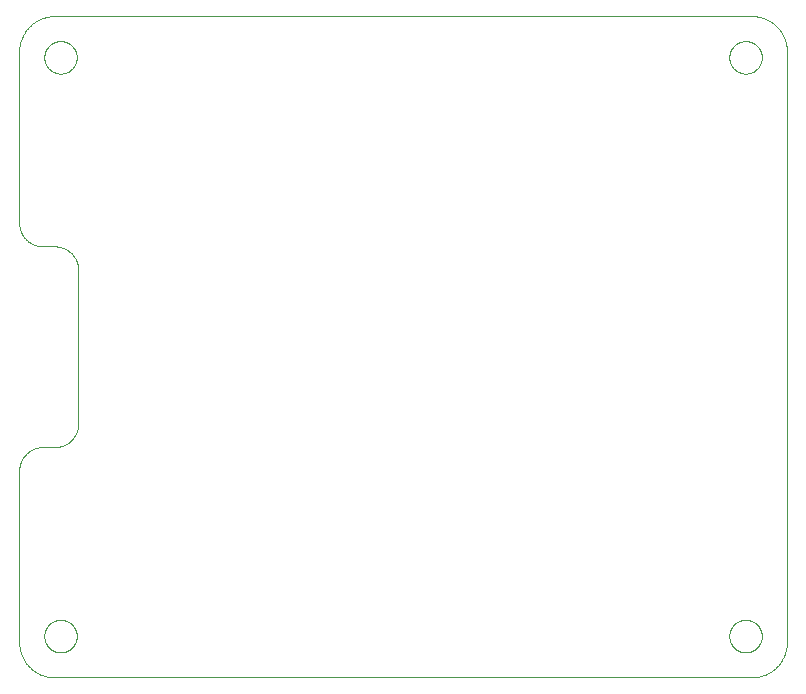
<source format=gbo>
G75*
%MOIN*%
%OFA0B0*%
%FSLAX25Y25*%
%IPPOS*%
%LPD*%
%AMOC8*
5,1,8,0,0,1.08239X$1,22.5*
%
%ADD10C,0.00000*%
D10*
X0035000Y0016811D02*
X0035000Y0073898D01*
X0035002Y0074088D01*
X0035009Y0074278D01*
X0035021Y0074468D01*
X0035037Y0074658D01*
X0035057Y0074847D01*
X0035083Y0075036D01*
X0035112Y0075224D01*
X0035147Y0075411D01*
X0035186Y0075597D01*
X0035229Y0075782D01*
X0035277Y0075967D01*
X0035329Y0076150D01*
X0035385Y0076331D01*
X0035446Y0076511D01*
X0035512Y0076690D01*
X0035581Y0076867D01*
X0035655Y0077043D01*
X0035733Y0077216D01*
X0035816Y0077388D01*
X0035902Y0077557D01*
X0035992Y0077725D01*
X0036087Y0077890D01*
X0036185Y0078053D01*
X0036288Y0078213D01*
X0036394Y0078371D01*
X0036504Y0078526D01*
X0036617Y0078679D01*
X0036735Y0078829D01*
X0036856Y0078975D01*
X0036980Y0079119D01*
X0037108Y0079260D01*
X0037239Y0079398D01*
X0037374Y0079533D01*
X0037512Y0079664D01*
X0037653Y0079792D01*
X0037797Y0079916D01*
X0037943Y0080037D01*
X0038093Y0080155D01*
X0038246Y0080268D01*
X0038401Y0080378D01*
X0038559Y0080484D01*
X0038719Y0080587D01*
X0038882Y0080685D01*
X0039047Y0080780D01*
X0039215Y0080870D01*
X0039384Y0080956D01*
X0039556Y0081039D01*
X0039729Y0081117D01*
X0039905Y0081191D01*
X0040082Y0081260D01*
X0040261Y0081326D01*
X0040441Y0081387D01*
X0040622Y0081443D01*
X0040805Y0081495D01*
X0040990Y0081543D01*
X0041175Y0081586D01*
X0041361Y0081625D01*
X0041548Y0081660D01*
X0041736Y0081689D01*
X0041925Y0081715D01*
X0042114Y0081735D01*
X0042304Y0081751D01*
X0042494Y0081763D01*
X0042684Y0081770D01*
X0042874Y0081772D01*
X0046811Y0081772D01*
X0047001Y0081774D01*
X0047191Y0081781D01*
X0047381Y0081793D01*
X0047571Y0081809D01*
X0047760Y0081829D01*
X0047949Y0081855D01*
X0048137Y0081884D01*
X0048324Y0081919D01*
X0048510Y0081958D01*
X0048695Y0082001D01*
X0048880Y0082049D01*
X0049063Y0082101D01*
X0049244Y0082157D01*
X0049424Y0082218D01*
X0049603Y0082284D01*
X0049780Y0082353D01*
X0049956Y0082427D01*
X0050129Y0082505D01*
X0050301Y0082588D01*
X0050470Y0082674D01*
X0050638Y0082764D01*
X0050803Y0082859D01*
X0050966Y0082957D01*
X0051126Y0083060D01*
X0051284Y0083166D01*
X0051439Y0083276D01*
X0051592Y0083389D01*
X0051742Y0083507D01*
X0051888Y0083628D01*
X0052032Y0083752D01*
X0052173Y0083880D01*
X0052311Y0084011D01*
X0052446Y0084146D01*
X0052577Y0084284D01*
X0052705Y0084425D01*
X0052829Y0084569D01*
X0052950Y0084715D01*
X0053068Y0084865D01*
X0053181Y0085018D01*
X0053291Y0085173D01*
X0053397Y0085331D01*
X0053500Y0085491D01*
X0053598Y0085654D01*
X0053693Y0085819D01*
X0053783Y0085987D01*
X0053869Y0086156D01*
X0053952Y0086328D01*
X0054030Y0086501D01*
X0054104Y0086677D01*
X0054173Y0086854D01*
X0054239Y0087033D01*
X0054300Y0087213D01*
X0054356Y0087394D01*
X0054408Y0087577D01*
X0054456Y0087762D01*
X0054499Y0087947D01*
X0054538Y0088133D01*
X0054573Y0088320D01*
X0054602Y0088508D01*
X0054628Y0088697D01*
X0054648Y0088886D01*
X0054664Y0089076D01*
X0054676Y0089266D01*
X0054683Y0089456D01*
X0054685Y0089646D01*
X0054685Y0140827D01*
X0054683Y0141017D01*
X0054676Y0141207D01*
X0054664Y0141397D01*
X0054648Y0141587D01*
X0054628Y0141776D01*
X0054602Y0141965D01*
X0054573Y0142153D01*
X0054538Y0142340D01*
X0054499Y0142526D01*
X0054456Y0142711D01*
X0054408Y0142896D01*
X0054356Y0143079D01*
X0054300Y0143260D01*
X0054239Y0143440D01*
X0054173Y0143619D01*
X0054104Y0143796D01*
X0054030Y0143972D01*
X0053952Y0144145D01*
X0053869Y0144317D01*
X0053783Y0144486D01*
X0053693Y0144654D01*
X0053598Y0144819D01*
X0053500Y0144982D01*
X0053397Y0145142D01*
X0053291Y0145300D01*
X0053181Y0145455D01*
X0053068Y0145608D01*
X0052950Y0145758D01*
X0052829Y0145904D01*
X0052705Y0146048D01*
X0052577Y0146189D01*
X0052446Y0146327D01*
X0052311Y0146462D01*
X0052173Y0146593D01*
X0052032Y0146721D01*
X0051888Y0146845D01*
X0051742Y0146966D01*
X0051592Y0147084D01*
X0051439Y0147197D01*
X0051284Y0147307D01*
X0051126Y0147413D01*
X0050966Y0147516D01*
X0050803Y0147614D01*
X0050638Y0147709D01*
X0050470Y0147799D01*
X0050301Y0147885D01*
X0050129Y0147968D01*
X0049956Y0148046D01*
X0049780Y0148120D01*
X0049603Y0148189D01*
X0049424Y0148255D01*
X0049244Y0148316D01*
X0049063Y0148372D01*
X0048880Y0148424D01*
X0048695Y0148472D01*
X0048510Y0148515D01*
X0048324Y0148554D01*
X0048137Y0148589D01*
X0047949Y0148618D01*
X0047760Y0148644D01*
X0047571Y0148664D01*
X0047381Y0148680D01*
X0047191Y0148692D01*
X0047001Y0148699D01*
X0046811Y0148701D01*
X0042874Y0148701D01*
X0042684Y0148703D01*
X0042494Y0148710D01*
X0042304Y0148722D01*
X0042114Y0148738D01*
X0041925Y0148758D01*
X0041736Y0148784D01*
X0041548Y0148813D01*
X0041361Y0148848D01*
X0041175Y0148887D01*
X0040990Y0148930D01*
X0040805Y0148978D01*
X0040622Y0149030D01*
X0040441Y0149086D01*
X0040261Y0149147D01*
X0040082Y0149213D01*
X0039905Y0149282D01*
X0039729Y0149356D01*
X0039556Y0149434D01*
X0039384Y0149517D01*
X0039215Y0149603D01*
X0039047Y0149693D01*
X0038882Y0149788D01*
X0038719Y0149886D01*
X0038559Y0149989D01*
X0038401Y0150095D01*
X0038246Y0150205D01*
X0038093Y0150318D01*
X0037943Y0150436D01*
X0037797Y0150557D01*
X0037653Y0150681D01*
X0037512Y0150809D01*
X0037374Y0150940D01*
X0037239Y0151075D01*
X0037108Y0151213D01*
X0036980Y0151354D01*
X0036856Y0151498D01*
X0036735Y0151644D01*
X0036617Y0151794D01*
X0036504Y0151947D01*
X0036394Y0152102D01*
X0036288Y0152260D01*
X0036185Y0152420D01*
X0036087Y0152583D01*
X0035992Y0152748D01*
X0035902Y0152916D01*
X0035816Y0153085D01*
X0035733Y0153257D01*
X0035655Y0153430D01*
X0035581Y0153606D01*
X0035512Y0153783D01*
X0035446Y0153962D01*
X0035385Y0154142D01*
X0035329Y0154323D01*
X0035277Y0154506D01*
X0035229Y0154691D01*
X0035186Y0154876D01*
X0035147Y0155062D01*
X0035112Y0155249D01*
X0035083Y0155437D01*
X0035057Y0155626D01*
X0035037Y0155815D01*
X0035021Y0156005D01*
X0035009Y0156195D01*
X0035002Y0156385D01*
X0035000Y0156575D01*
X0035000Y0213661D01*
X0035003Y0213946D01*
X0035014Y0214232D01*
X0035031Y0214517D01*
X0035055Y0214801D01*
X0035086Y0215085D01*
X0035124Y0215368D01*
X0035169Y0215649D01*
X0035220Y0215930D01*
X0035278Y0216210D01*
X0035343Y0216488D01*
X0035415Y0216764D01*
X0035493Y0217038D01*
X0035578Y0217311D01*
X0035670Y0217581D01*
X0035768Y0217849D01*
X0035872Y0218115D01*
X0035983Y0218378D01*
X0036100Y0218638D01*
X0036223Y0218896D01*
X0036353Y0219150D01*
X0036489Y0219401D01*
X0036630Y0219649D01*
X0036778Y0219893D01*
X0036931Y0220134D01*
X0037091Y0220370D01*
X0037256Y0220603D01*
X0037426Y0220832D01*
X0037602Y0221057D01*
X0037784Y0221277D01*
X0037970Y0221493D01*
X0038162Y0221704D01*
X0038359Y0221911D01*
X0038561Y0222113D01*
X0038768Y0222310D01*
X0038979Y0222502D01*
X0039195Y0222688D01*
X0039415Y0222870D01*
X0039640Y0223046D01*
X0039869Y0223216D01*
X0040102Y0223381D01*
X0040338Y0223541D01*
X0040579Y0223694D01*
X0040823Y0223842D01*
X0041071Y0223983D01*
X0041322Y0224119D01*
X0041576Y0224249D01*
X0041834Y0224372D01*
X0042094Y0224489D01*
X0042357Y0224600D01*
X0042623Y0224704D01*
X0042891Y0224802D01*
X0043161Y0224894D01*
X0043434Y0224979D01*
X0043708Y0225057D01*
X0043984Y0225129D01*
X0044262Y0225194D01*
X0044542Y0225252D01*
X0044823Y0225303D01*
X0045104Y0225348D01*
X0045387Y0225386D01*
X0045671Y0225417D01*
X0045955Y0225441D01*
X0046240Y0225458D01*
X0046526Y0225469D01*
X0046811Y0225472D01*
X0279094Y0225472D01*
X0279379Y0225469D01*
X0279665Y0225458D01*
X0279950Y0225441D01*
X0280234Y0225417D01*
X0280518Y0225386D01*
X0280801Y0225348D01*
X0281082Y0225303D01*
X0281363Y0225252D01*
X0281643Y0225194D01*
X0281921Y0225129D01*
X0282197Y0225057D01*
X0282471Y0224979D01*
X0282744Y0224894D01*
X0283014Y0224802D01*
X0283282Y0224704D01*
X0283548Y0224600D01*
X0283811Y0224489D01*
X0284071Y0224372D01*
X0284329Y0224249D01*
X0284583Y0224119D01*
X0284834Y0223983D01*
X0285082Y0223842D01*
X0285326Y0223694D01*
X0285567Y0223541D01*
X0285803Y0223381D01*
X0286036Y0223216D01*
X0286265Y0223046D01*
X0286490Y0222870D01*
X0286710Y0222688D01*
X0286926Y0222502D01*
X0287137Y0222310D01*
X0287344Y0222113D01*
X0287546Y0221911D01*
X0287743Y0221704D01*
X0287935Y0221493D01*
X0288121Y0221277D01*
X0288303Y0221057D01*
X0288479Y0220832D01*
X0288649Y0220603D01*
X0288814Y0220370D01*
X0288974Y0220134D01*
X0289127Y0219893D01*
X0289275Y0219649D01*
X0289416Y0219401D01*
X0289552Y0219150D01*
X0289682Y0218896D01*
X0289805Y0218638D01*
X0289922Y0218378D01*
X0290033Y0218115D01*
X0290137Y0217849D01*
X0290235Y0217581D01*
X0290327Y0217311D01*
X0290412Y0217038D01*
X0290490Y0216764D01*
X0290562Y0216488D01*
X0290627Y0216210D01*
X0290685Y0215930D01*
X0290736Y0215649D01*
X0290781Y0215368D01*
X0290819Y0215085D01*
X0290850Y0214801D01*
X0290874Y0214517D01*
X0290891Y0214232D01*
X0290902Y0213946D01*
X0290905Y0213661D01*
X0290906Y0213661D02*
X0290906Y0016811D01*
X0290905Y0016811D02*
X0290902Y0016526D01*
X0290891Y0016240D01*
X0290874Y0015955D01*
X0290850Y0015671D01*
X0290819Y0015387D01*
X0290781Y0015104D01*
X0290736Y0014823D01*
X0290685Y0014542D01*
X0290627Y0014262D01*
X0290562Y0013984D01*
X0290490Y0013708D01*
X0290412Y0013434D01*
X0290327Y0013161D01*
X0290235Y0012891D01*
X0290137Y0012623D01*
X0290033Y0012357D01*
X0289922Y0012094D01*
X0289805Y0011834D01*
X0289682Y0011576D01*
X0289552Y0011322D01*
X0289416Y0011071D01*
X0289275Y0010823D01*
X0289127Y0010579D01*
X0288974Y0010338D01*
X0288814Y0010102D01*
X0288649Y0009869D01*
X0288479Y0009640D01*
X0288303Y0009415D01*
X0288121Y0009195D01*
X0287935Y0008979D01*
X0287743Y0008768D01*
X0287546Y0008561D01*
X0287344Y0008359D01*
X0287137Y0008162D01*
X0286926Y0007970D01*
X0286710Y0007784D01*
X0286490Y0007602D01*
X0286265Y0007426D01*
X0286036Y0007256D01*
X0285803Y0007091D01*
X0285567Y0006931D01*
X0285326Y0006778D01*
X0285082Y0006630D01*
X0284834Y0006489D01*
X0284583Y0006353D01*
X0284329Y0006223D01*
X0284071Y0006100D01*
X0283811Y0005983D01*
X0283548Y0005872D01*
X0283282Y0005768D01*
X0283014Y0005670D01*
X0282744Y0005578D01*
X0282471Y0005493D01*
X0282197Y0005415D01*
X0281921Y0005343D01*
X0281643Y0005278D01*
X0281363Y0005220D01*
X0281082Y0005169D01*
X0280801Y0005124D01*
X0280518Y0005086D01*
X0280234Y0005055D01*
X0279950Y0005031D01*
X0279665Y0005014D01*
X0279379Y0005003D01*
X0279094Y0005000D01*
X0046811Y0005000D01*
X0046526Y0005003D01*
X0046240Y0005014D01*
X0045955Y0005031D01*
X0045671Y0005055D01*
X0045387Y0005086D01*
X0045104Y0005124D01*
X0044823Y0005169D01*
X0044542Y0005220D01*
X0044262Y0005278D01*
X0043984Y0005343D01*
X0043708Y0005415D01*
X0043434Y0005493D01*
X0043161Y0005578D01*
X0042891Y0005670D01*
X0042623Y0005768D01*
X0042357Y0005872D01*
X0042094Y0005983D01*
X0041834Y0006100D01*
X0041576Y0006223D01*
X0041322Y0006353D01*
X0041071Y0006489D01*
X0040823Y0006630D01*
X0040579Y0006778D01*
X0040338Y0006931D01*
X0040102Y0007091D01*
X0039869Y0007256D01*
X0039640Y0007426D01*
X0039415Y0007602D01*
X0039195Y0007784D01*
X0038979Y0007970D01*
X0038768Y0008162D01*
X0038561Y0008359D01*
X0038359Y0008561D01*
X0038162Y0008768D01*
X0037970Y0008979D01*
X0037784Y0009195D01*
X0037602Y0009415D01*
X0037426Y0009640D01*
X0037256Y0009869D01*
X0037091Y0010102D01*
X0036931Y0010338D01*
X0036778Y0010579D01*
X0036630Y0010823D01*
X0036489Y0011071D01*
X0036353Y0011322D01*
X0036223Y0011576D01*
X0036100Y0011834D01*
X0035983Y0012094D01*
X0035872Y0012357D01*
X0035768Y0012623D01*
X0035670Y0012891D01*
X0035578Y0013161D01*
X0035493Y0013434D01*
X0035415Y0013708D01*
X0035343Y0013984D01*
X0035278Y0014262D01*
X0035220Y0014542D01*
X0035169Y0014823D01*
X0035124Y0015104D01*
X0035086Y0015387D01*
X0035055Y0015671D01*
X0035031Y0015955D01*
X0035014Y0016240D01*
X0035003Y0016526D01*
X0035000Y0016811D01*
X0043367Y0018780D02*
X0043369Y0018927D01*
X0043375Y0019073D01*
X0043385Y0019219D01*
X0043399Y0019365D01*
X0043417Y0019511D01*
X0043438Y0019656D01*
X0043464Y0019800D01*
X0043494Y0019944D01*
X0043527Y0020086D01*
X0043564Y0020228D01*
X0043605Y0020369D01*
X0043650Y0020508D01*
X0043699Y0020647D01*
X0043751Y0020784D01*
X0043808Y0020919D01*
X0043867Y0021053D01*
X0043931Y0021185D01*
X0043998Y0021315D01*
X0044068Y0021444D01*
X0044142Y0021571D01*
X0044219Y0021695D01*
X0044300Y0021818D01*
X0044384Y0021938D01*
X0044471Y0022056D01*
X0044561Y0022171D01*
X0044654Y0022284D01*
X0044751Y0022395D01*
X0044850Y0022503D01*
X0044952Y0022608D01*
X0045057Y0022710D01*
X0045165Y0022809D01*
X0045276Y0022906D01*
X0045389Y0022999D01*
X0045504Y0023089D01*
X0045622Y0023176D01*
X0045742Y0023260D01*
X0045865Y0023341D01*
X0045989Y0023418D01*
X0046116Y0023492D01*
X0046245Y0023562D01*
X0046375Y0023629D01*
X0046507Y0023693D01*
X0046641Y0023752D01*
X0046776Y0023809D01*
X0046913Y0023861D01*
X0047052Y0023910D01*
X0047191Y0023955D01*
X0047332Y0023996D01*
X0047474Y0024033D01*
X0047616Y0024066D01*
X0047760Y0024096D01*
X0047904Y0024122D01*
X0048049Y0024143D01*
X0048195Y0024161D01*
X0048341Y0024175D01*
X0048487Y0024185D01*
X0048633Y0024191D01*
X0048780Y0024193D01*
X0048927Y0024191D01*
X0049073Y0024185D01*
X0049219Y0024175D01*
X0049365Y0024161D01*
X0049511Y0024143D01*
X0049656Y0024122D01*
X0049800Y0024096D01*
X0049944Y0024066D01*
X0050086Y0024033D01*
X0050228Y0023996D01*
X0050369Y0023955D01*
X0050508Y0023910D01*
X0050647Y0023861D01*
X0050784Y0023809D01*
X0050919Y0023752D01*
X0051053Y0023693D01*
X0051185Y0023629D01*
X0051315Y0023562D01*
X0051444Y0023492D01*
X0051571Y0023418D01*
X0051695Y0023341D01*
X0051818Y0023260D01*
X0051938Y0023176D01*
X0052056Y0023089D01*
X0052171Y0022999D01*
X0052284Y0022906D01*
X0052395Y0022809D01*
X0052503Y0022710D01*
X0052608Y0022608D01*
X0052710Y0022503D01*
X0052809Y0022395D01*
X0052906Y0022284D01*
X0052999Y0022171D01*
X0053089Y0022056D01*
X0053176Y0021938D01*
X0053260Y0021818D01*
X0053341Y0021695D01*
X0053418Y0021571D01*
X0053492Y0021444D01*
X0053562Y0021315D01*
X0053629Y0021185D01*
X0053693Y0021053D01*
X0053752Y0020919D01*
X0053809Y0020784D01*
X0053861Y0020647D01*
X0053910Y0020508D01*
X0053955Y0020369D01*
X0053996Y0020228D01*
X0054033Y0020086D01*
X0054066Y0019944D01*
X0054096Y0019800D01*
X0054122Y0019656D01*
X0054143Y0019511D01*
X0054161Y0019365D01*
X0054175Y0019219D01*
X0054185Y0019073D01*
X0054191Y0018927D01*
X0054193Y0018780D01*
X0054191Y0018633D01*
X0054185Y0018487D01*
X0054175Y0018341D01*
X0054161Y0018195D01*
X0054143Y0018049D01*
X0054122Y0017904D01*
X0054096Y0017760D01*
X0054066Y0017616D01*
X0054033Y0017474D01*
X0053996Y0017332D01*
X0053955Y0017191D01*
X0053910Y0017052D01*
X0053861Y0016913D01*
X0053809Y0016776D01*
X0053752Y0016641D01*
X0053693Y0016507D01*
X0053629Y0016375D01*
X0053562Y0016245D01*
X0053492Y0016116D01*
X0053418Y0015989D01*
X0053341Y0015865D01*
X0053260Y0015742D01*
X0053176Y0015622D01*
X0053089Y0015504D01*
X0052999Y0015389D01*
X0052906Y0015276D01*
X0052809Y0015165D01*
X0052710Y0015057D01*
X0052608Y0014952D01*
X0052503Y0014850D01*
X0052395Y0014751D01*
X0052284Y0014654D01*
X0052171Y0014561D01*
X0052056Y0014471D01*
X0051938Y0014384D01*
X0051818Y0014300D01*
X0051695Y0014219D01*
X0051571Y0014142D01*
X0051444Y0014068D01*
X0051315Y0013998D01*
X0051185Y0013931D01*
X0051053Y0013867D01*
X0050919Y0013808D01*
X0050784Y0013751D01*
X0050647Y0013699D01*
X0050508Y0013650D01*
X0050369Y0013605D01*
X0050228Y0013564D01*
X0050086Y0013527D01*
X0049944Y0013494D01*
X0049800Y0013464D01*
X0049656Y0013438D01*
X0049511Y0013417D01*
X0049365Y0013399D01*
X0049219Y0013385D01*
X0049073Y0013375D01*
X0048927Y0013369D01*
X0048780Y0013367D01*
X0048633Y0013369D01*
X0048487Y0013375D01*
X0048341Y0013385D01*
X0048195Y0013399D01*
X0048049Y0013417D01*
X0047904Y0013438D01*
X0047760Y0013464D01*
X0047616Y0013494D01*
X0047474Y0013527D01*
X0047332Y0013564D01*
X0047191Y0013605D01*
X0047052Y0013650D01*
X0046913Y0013699D01*
X0046776Y0013751D01*
X0046641Y0013808D01*
X0046507Y0013867D01*
X0046375Y0013931D01*
X0046245Y0013998D01*
X0046116Y0014068D01*
X0045989Y0014142D01*
X0045865Y0014219D01*
X0045742Y0014300D01*
X0045622Y0014384D01*
X0045504Y0014471D01*
X0045389Y0014561D01*
X0045276Y0014654D01*
X0045165Y0014751D01*
X0045057Y0014850D01*
X0044952Y0014952D01*
X0044850Y0015057D01*
X0044751Y0015165D01*
X0044654Y0015276D01*
X0044561Y0015389D01*
X0044471Y0015504D01*
X0044384Y0015622D01*
X0044300Y0015742D01*
X0044219Y0015865D01*
X0044142Y0015989D01*
X0044068Y0016116D01*
X0043998Y0016245D01*
X0043931Y0016375D01*
X0043867Y0016507D01*
X0043808Y0016641D01*
X0043751Y0016776D01*
X0043699Y0016913D01*
X0043650Y0017052D01*
X0043605Y0017191D01*
X0043564Y0017332D01*
X0043527Y0017474D01*
X0043494Y0017616D01*
X0043464Y0017760D01*
X0043438Y0017904D01*
X0043417Y0018049D01*
X0043399Y0018195D01*
X0043385Y0018341D01*
X0043375Y0018487D01*
X0043369Y0018633D01*
X0043367Y0018780D01*
X0271713Y0018780D02*
X0271715Y0018927D01*
X0271721Y0019073D01*
X0271731Y0019219D01*
X0271745Y0019365D01*
X0271763Y0019511D01*
X0271784Y0019656D01*
X0271810Y0019800D01*
X0271840Y0019944D01*
X0271873Y0020086D01*
X0271910Y0020228D01*
X0271951Y0020369D01*
X0271996Y0020508D01*
X0272045Y0020647D01*
X0272097Y0020784D01*
X0272154Y0020919D01*
X0272213Y0021053D01*
X0272277Y0021185D01*
X0272344Y0021315D01*
X0272414Y0021444D01*
X0272488Y0021571D01*
X0272565Y0021695D01*
X0272646Y0021818D01*
X0272730Y0021938D01*
X0272817Y0022056D01*
X0272907Y0022171D01*
X0273000Y0022284D01*
X0273097Y0022395D01*
X0273196Y0022503D01*
X0273298Y0022608D01*
X0273403Y0022710D01*
X0273511Y0022809D01*
X0273622Y0022906D01*
X0273735Y0022999D01*
X0273850Y0023089D01*
X0273968Y0023176D01*
X0274088Y0023260D01*
X0274211Y0023341D01*
X0274335Y0023418D01*
X0274462Y0023492D01*
X0274591Y0023562D01*
X0274721Y0023629D01*
X0274853Y0023693D01*
X0274987Y0023752D01*
X0275122Y0023809D01*
X0275259Y0023861D01*
X0275398Y0023910D01*
X0275537Y0023955D01*
X0275678Y0023996D01*
X0275820Y0024033D01*
X0275962Y0024066D01*
X0276106Y0024096D01*
X0276250Y0024122D01*
X0276395Y0024143D01*
X0276541Y0024161D01*
X0276687Y0024175D01*
X0276833Y0024185D01*
X0276979Y0024191D01*
X0277126Y0024193D01*
X0277273Y0024191D01*
X0277419Y0024185D01*
X0277565Y0024175D01*
X0277711Y0024161D01*
X0277857Y0024143D01*
X0278002Y0024122D01*
X0278146Y0024096D01*
X0278290Y0024066D01*
X0278432Y0024033D01*
X0278574Y0023996D01*
X0278715Y0023955D01*
X0278854Y0023910D01*
X0278993Y0023861D01*
X0279130Y0023809D01*
X0279265Y0023752D01*
X0279399Y0023693D01*
X0279531Y0023629D01*
X0279661Y0023562D01*
X0279790Y0023492D01*
X0279917Y0023418D01*
X0280041Y0023341D01*
X0280164Y0023260D01*
X0280284Y0023176D01*
X0280402Y0023089D01*
X0280517Y0022999D01*
X0280630Y0022906D01*
X0280741Y0022809D01*
X0280849Y0022710D01*
X0280954Y0022608D01*
X0281056Y0022503D01*
X0281155Y0022395D01*
X0281252Y0022284D01*
X0281345Y0022171D01*
X0281435Y0022056D01*
X0281522Y0021938D01*
X0281606Y0021818D01*
X0281687Y0021695D01*
X0281764Y0021571D01*
X0281838Y0021444D01*
X0281908Y0021315D01*
X0281975Y0021185D01*
X0282039Y0021053D01*
X0282098Y0020919D01*
X0282155Y0020784D01*
X0282207Y0020647D01*
X0282256Y0020508D01*
X0282301Y0020369D01*
X0282342Y0020228D01*
X0282379Y0020086D01*
X0282412Y0019944D01*
X0282442Y0019800D01*
X0282468Y0019656D01*
X0282489Y0019511D01*
X0282507Y0019365D01*
X0282521Y0019219D01*
X0282531Y0019073D01*
X0282537Y0018927D01*
X0282539Y0018780D01*
X0282537Y0018633D01*
X0282531Y0018487D01*
X0282521Y0018341D01*
X0282507Y0018195D01*
X0282489Y0018049D01*
X0282468Y0017904D01*
X0282442Y0017760D01*
X0282412Y0017616D01*
X0282379Y0017474D01*
X0282342Y0017332D01*
X0282301Y0017191D01*
X0282256Y0017052D01*
X0282207Y0016913D01*
X0282155Y0016776D01*
X0282098Y0016641D01*
X0282039Y0016507D01*
X0281975Y0016375D01*
X0281908Y0016245D01*
X0281838Y0016116D01*
X0281764Y0015989D01*
X0281687Y0015865D01*
X0281606Y0015742D01*
X0281522Y0015622D01*
X0281435Y0015504D01*
X0281345Y0015389D01*
X0281252Y0015276D01*
X0281155Y0015165D01*
X0281056Y0015057D01*
X0280954Y0014952D01*
X0280849Y0014850D01*
X0280741Y0014751D01*
X0280630Y0014654D01*
X0280517Y0014561D01*
X0280402Y0014471D01*
X0280284Y0014384D01*
X0280164Y0014300D01*
X0280041Y0014219D01*
X0279917Y0014142D01*
X0279790Y0014068D01*
X0279661Y0013998D01*
X0279531Y0013931D01*
X0279399Y0013867D01*
X0279265Y0013808D01*
X0279130Y0013751D01*
X0278993Y0013699D01*
X0278854Y0013650D01*
X0278715Y0013605D01*
X0278574Y0013564D01*
X0278432Y0013527D01*
X0278290Y0013494D01*
X0278146Y0013464D01*
X0278002Y0013438D01*
X0277857Y0013417D01*
X0277711Y0013399D01*
X0277565Y0013385D01*
X0277419Y0013375D01*
X0277273Y0013369D01*
X0277126Y0013367D01*
X0276979Y0013369D01*
X0276833Y0013375D01*
X0276687Y0013385D01*
X0276541Y0013399D01*
X0276395Y0013417D01*
X0276250Y0013438D01*
X0276106Y0013464D01*
X0275962Y0013494D01*
X0275820Y0013527D01*
X0275678Y0013564D01*
X0275537Y0013605D01*
X0275398Y0013650D01*
X0275259Y0013699D01*
X0275122Y0013751D01*
X0274987Y0013808D01*
X0274853Y0013867D01*
X0274721Y0013931D01*
X0274591Y0013998D01*
X0274462Y0014068D01*
X0274335Y0014142D01*
X0274211Y0014219D01*
X0274088Y0014300D01*
X0273968Y0014384D01*
X0273850Y0014471D01*
X0273735Y0014561D01*
X0273622Y0014654D01*
X0273511Y0014751D01*
X0273403Y0014850D01*
X0273298Y0014952D01*
X0273196Y0015057D01*
X0273097Y0015165D01*
X0273000Y0015276D01*
X0272907Y0015389D01*
X0272817Y0015504D01*
X0272730Y0015622D01*
X0272646Y0015742D01*
X0272565Y0015865D01*
X0272488Y0015989D01*
X0272414Y0016116D01*
X0272344Y0016245D01*
X0272277Y0016375D01*
X0272213Y0016507D01*
X0272154Y0016641D01*
X0272097Y0016776D01*
X0272045Y0016913D01*
X0271996Y0017052D01*
X0271951Y0017191D01*
X0271910Y0017332D01*
X0271873Y0017474D01*
X0271840Y0017616D01*
X0271810Y0017760D01*
X0271784Y0017904D01*
X0271763Y0018049D01*
X0271745Y0018195D01*
X0271731Y0018341D01*
X0271721Y0018487D01*
X0271715Y0018633D01*
X0271713Y0018780D01*
X0271713Y0211693D02*
X0271715Y0211840D01*
X0271721Y0211986D01*
X0271731Y0212132D01*
X0271745Y0212278D01*
X0271763Y0212424D01*
X0271784Y0212569D01*
X0271810Y0212713D01*
X0271840Y0212857D01*
X0271873Y0212999D01*
X0271910Y0213141D01*
X0271951Y0213282D01*
X0271996Y0213421D01*
X0272045Y0213560D01*
X0272097Y0213697D01*
X0272154Y0213832D01*
X0272213Y0213966D01*
X0272277Y0214098D01*
X0272344Y0214228D01*
X0272414Y0214357D01*
X0272488Y0214484D01*
X0272565Y0214608D01*
X0272646Y0214731D01*
X0272730Y0214851D01*
X0272817Y0214969D01*
X0272907Y0215084D01*
X0273000Y0215197D01*
X0273097Y0215308D01*
X0273196Y0215416D01*
X0273298Y0215521D01*
X0273403Y0215623D01*
X0273511Y0215722D01*
X0273622Y0215819D01*
X0273735Y0215912D01*
X0273850Y0216002D01*
X0273968Y0216089D01*
X0274088Y0216173D01*
X0274211Y0216254D01*
X0274335Y0216331D01*
X0274462Y0216405D01*
X0274591Y0216475D01*
X0274721Y0216542D01*
X0274853Y0216606D01*
X0274987Y0216665D01*
X0275122Y0216722D01*
X0275259Y0216774D01*
X0275398Y0216823D01*
X0275537Y0216868D01*
X0275678Y0216909D01*
X0275820Y0216946D01*
X0275962Y0216979D01*
X0276106Y0217009D01*
X0276250Y0217035D01*
X0276395Y0217056D01*
X0276541Y0217074D01*
X0276687Y0217088D01*
X0276833Y0217098D01*
X0276979Y0217104D01*
X0277126Y0217106D01*
X0277273Y0217104D01*
X0277419Y0217098D01*
X0277565Y0217088D01*
X0277711Y0217074D01*
X0277857Y0217056D01*
X0278002Y0217035D01*
X0278146Y0217009D01*
X0278290Y0216979D01*
X0278432Y0216946D01*
X0278574Y0216909D01*
X0278715Y0216868D01*
X0278854Y0216823D01*
X0278993Y0216774D01*
X0279130Y0216722D01*
X0279265Y0216665D01*
X0279399Y0216606D01*
X0279531Y0216542D01*
X0279661Y0216475D01*
X0279790Y0216405D01*
X0279917Y0216331D01*
X0280041Y0216254D01*
X0280164Y0216173D01*
X0280284Y0216089D01*
X0280402Y0216002D01*
X0280517Y0215912D01*
X0280630Y0215819D01*
X0280741Y0215722D01*
X0280849Y0215623D01*
X0280954Y0215521D01*
X0281056Y0215416D01*
X0281155Y0215308D01*
X0281252Y0215197D01*
X0281345Y0215084D01*
X0281435Y0214969D01*
X0281522Y0214851D01*
X0281606Y0214731D01*
X0281687Y0214608D01*
X0281764Y0214484D01*
X0281838Y0214357D01*
X0281908Y0214228D01*
X0281975Y0214098D01*
X0282039Y0213966D01*
X0282098Y0213832D01*
X0282155Y0213697D01*
X0282207Y0213560D01*
X0282256Y0213421D01*
X0282301Y0213282D01*
X0282342Y0213141D01*
X0282379Y0212999D01*
X0282412Y0212857D01*
X0282442Y0212713D01*
X0282468Y0212569D01*
X0282489Y0212424D01*
X0282507Y0212278D01*
X0282521Y0212132D01*
X0282531Y0211986D01*
X0282537Y0211840D01*
X0282539Y0211693D01*
X0282537Y0211546D01*
X0282531Y0211400D01*
X0282521Y0211254D01*
X0282507Y0211108D01*
X0282489Y0210962D01*
X0282468Y0210817D01*
X0282442Y0210673D01*
X0282412Y0210529D01*
X0282379Y0210387D01*
X0282342Y0210245D01*
X0282301Y0210104D01*
X0282256Y0209965D01*
X0282207Y0209826D01*
X0282155Y0209689D01*
X0282098Y0209554D01*
X0282039Y0209420D01*
X0281975Y0209288D01*
X0281908Y0209158D01*
X0281838Y0209029D01*
X0281764Y0208902D01*
X0281687Y0208778D01*
X0281606Y0208655D01*
X0281522Y0208535D01*
X0281435Y0208417D01*
X0281345Y0208302D01*
X0281252Y0208189D01*
X0281155Y0208078D01*
X0281056Y0207970D01*
X0280954Y0207865D01*
X0280849Y0207763D01*
X0280741Y0207664D01*
X0280630Y0207567D01*
X0280517Y0207474D01*
X0280402Y0207384D01*
X0280284Y0207297D01*
X0280164Y0207213D01*
X0280041Y0207132D01*
X0279917Y0207055D01*
X0279790Y0206981D01*
X0279661Y0206911D01*
X0279531Y0206844D01*
X0279399Y0206780D01*
X0279265Y0206721D01*
X0279130Y0206664D01*
X0278993Y0206612D01*
X0278854Y0206563D01*
X0278715Y0206518D01*
X0278574Y0206477D01*
X0278432Y0206440D01*
X0278290Y0206407D01*
X0278146Y0206377D01*
X0278002Y0206351D01*
X0277857Y0206330D01*
X0277711Y0206312D01*
X0277565Y0206298D01*
X0277419Y0206288D01*
X0277273Y0206282D01*
X0277126Y0206280D01*
X0276979Y0206282D01*
X0276833Y0206288D01*
X0276687Y0206298D01*
X0276541Y0206312D01*
X0276395Y0206330D01*
X0276250Y0206351D01*
X0276106Y0206377D01*
X0275962Y0206407D01*
X0275820Y0206440D01*
X0275678Y0206477D01*
X0275537Y0206518D01*
X0275398Y0206563D01*
X0275259Y0206612D01*
X0275122Y0206664D01*
X0274987Y0206721D01*
X0274853Y0206780D01*
X0274721Y0206844D01*
X0274591Y0206911D01*
X0274462Y0206981D01*
X0274335Y0207055D01*
X0274211Y0207132D01*
X0274088Y0207213D01*
X0273968Y0207297D01*
X0273850Y0207384D01*
X0273735Y0207474D01*
X0273622Y0207567D01*
X0273511Y0207664D01*
X0273403Y0207763D01*
X0273298Y0207865D01*
X0273196Y0207970D01*
X0273097Y0208078D01*
X0273000Y0208189D01*
X0272907Y0208302D01*
X0272817Y0208417D01*
X0272730Y0208535D01*
X0272646Y0208655D01*
X0272565Y0208778D01*
X0272488Y0208902D01*
X0272414Y0209029D01*
X0272344Y0209158D01*
X0272277Y0209288D01*
X0272213Y0209420D01*
X0272154Y0209554D01*
X0272097Y0209689D01*
X0272045Y0209826D01*
X0271996Y0209965D01*
X0271951Y0210104D01*
X0271910Y0210245D01*
X0271873Y0210387D01*
X0271840Y0210529D01*
X0271810Y0210673D01*
X0271784Y0210817D01*
X0271763Y0210962D01*
X0271745Y0211108D01*
X0271731Y0211254D01*
X0271721Y0211400D01*
X0271715Y0211546D01*
X0271713Y0211693D01*
X0043367Y0211693D02*
X0043369Y0211840D01*
X0043375Y0211986D01*
X0043385Y0212132D01*
X0043399Y0212278D01*
X0043417Y0212424D01*
X0043438Y0212569D01*
X0043464Y0212713D01*
X0043494Y0212857D01*
X0043527Y0212999D01*
X0043564Y0213141D01*
X0043605Y0213282D01*
X0043650Y0213421D01*
X0043699Y0213560D01*
X0043751Y0213697D01*
X0043808Y0213832D01*
X0043867Y0213966D01*
X0043931Y0214098D01*
X0043998Y0214228D01*
X0044068Y0214357D01*
X0044142Y0214484D01*
X0044219Y0214608D01*
X0044300Y0214731D01*
X0044384Y0214851D01*
X0044471Y0214969D01*
X0044561Y0215084D01*
X0044654Y0215197D01*
X0044751Y0215308D01*
X0044850Y0215416D01*
X0044952Y0215521D01*
X0045057Y0215623D01*
X0045165Y0215722D01*
X0045276Y0215819D01*
X0045389Y0215912D01*
X0045504Y0216002D01*
X0045622Y0216089D01*
X0045742Y0216173D01*
X0045865Y0216254D01*
X0045989Y0216331D01*
X0046116Y0216405D01*
X0046245Y0216475D01*
X0046375Y0216542D01*
X0046507Y0216606D01*
X0046641Y0216665D01*
X0046776Y0216722D01*
X0046913Y0216774D01*
X0047052Y0216823D01*
X0047191Y0216868D01*
X0047332Y0216909D01*
X0047474Y0216946D01*
X0047616Y0216979D01*
X0047760Y0217009D01*
X0047904Y0217035D01*
X0048049Y0217056D01*
X0048195Y0217074D01*
X0048341Y0217088D01*
X0048487Y0217098D01*
X0048633Y0217104D01*
X0048780Y0217106D01*
X0048927Y0217104D01*
X0049073Y0217098D01*
X0049219Y0217088D01*
X0049365Y0217074D01*
X0049511Y0217056D01*
X0049656Y0217035D01*
X0049800Y0217009D01*
X0049944Y0216979D01*
X0050086Y0216946D01*
X0050228Y0216909D01*
X0050369Y0216868D01*
X0050508Y0216823D01*
X0050647Y0216774D01*
X0050784Y0216722D01*
X0050919Y0216665D01*
X0051053Y0216606D01*
X0051185Y0216542D01*
X0051315Y0216475D01*
X0051444Y0216405D01*
X0051571Y0216331D01*
X0051695Y0216254D01*
X0051818Y0216173D01*
X0051938Y0216089D01*
X0052056Y0216002D01*
X0052171Y0215912D01*
X0052284Y0215819D01*
X0052395Y0215722D01*
X0052503Y0215623D01*
X0052608Y0215521D01*
X0052710Y0215416D01*
X0052809Y0215308D01*
X0052906Y0215197D01*
X0052999Y0215084D01*
X0053089Y0214969D01*
X0053176Y0214851D01*
X0053260Y0214731D01*
X0053341Y0214608D01*
X0053418Y0214484D01*
X0053492Y0214357D01*
X0053562Y0214228D01*
X0053629Y0214098D01*
X0053693Y0213966D01*
X0053752Y0213832D01*
X0053809Y0213697D01*
X0053861Y0213560D01*
X0053910Y0213421D01*
X0053955Y0213282D01*
X0053996Y0213141D01*
X0054033Y0212999D01*
X0054066Y0212857D01*
X0054096Y0212713D01*
X0054122Y0212569D01*
X0054143Y0212424D01*
X0054161Y0212278D01*
X0054175Y0212132D01*
X0054185Y0211986D01*
X0054191Y0211840D01*
X0054193Y0211693D01*
X0054191Y0211546D01*
X0054185Y0211400D01*
X0054175Y0211254D01*
X0054161Y0211108D01*
X0054143Y0210962D01*
X0054122Y0210817D01*
X0054096Y0210673D01*
X0054066Y0210529D01*
X0054033Y0210387D01*
X0053996Y0210245D01*
X0053955Y0210104D01*
X0053910Y0209965D01*
X0053861Y0209826D01*
X0053809Y0209689D01*
X0053752Y0209554D01*
X0053693Y0209420D01*
X0053629Y0209288D01*
X0053562Y0209158D01*
X0053492Y0209029D01*
X0053418Y0208902D01*
X0053341Y0208778D01*
X0053260Y0208655D01*
X0053176Y0208535D01*
X0053089Y0208417D01*
X0052999Y0208302D01*
X0052906Y0208189D01*
X0052809Y0208078D01*
X0052710Y0207970D01*
X0052608Y0207865D01*
X0052503Y0207763D01*
X0052395Y0207664D01*
X0052284Y0207567D01*
X0052171Y0207474D01*
X0052056Y0207384D01*
X0051938Y0207297D01*
X0051818Y0207213D01*
X0051695Y0207132D01*
X0051571Y0207055D01*
X0051444Y0206981D01*
X0051315Y0206911D01*
X0051185Y0206844D01*
X0051053Y0206780D01*
X0050919Y0206721D01*
X0050784Y0206664D01*
X0050647Y0206612D01*
X0050508Y0206563D01*
X0050369Y0206518D01*
X0050228Y0206477D01*
X0050086Y0206440D01*
X0049944Y0206407D01*
X0049800Y0206377D01*
X0049656Y0206351D01*
X0049511Y0206330D01*
X0049365Y0206312D01*
X0049219Y0206298D01*
X0049073Y0206288D01*
X0048927Y0206282D01*
X0048780Y0206280D01*
X0048633Y0206282D01*
X0048487Y0206288D01*
X0048341Y0206298D01*
X0048195Y0206312D01*
X0048049Y0206330D01*
X0047904Y0206351D01*
X0047760Y0206377D01*
X0047616Y0206407D01*
X0047474Y0206440D01*
X0047332Y0206477D01*
X0047191Y0206518D01*
X0047052Y0206563D01*
X0046913Y0206612D01*
X0046776Y0206664D01*
X0046641Y0206721D01*
X0046507Y0206780D01*
X0046375Y0206844D01*
X0046245Y0206911D01*
X0046116Y0206981D01*
X0045989Y0207055D01*
X0045865Y0207132D01*
X0045742Y0207213D01*
X0045622Y0207297D01*
X0045504Y0207384D01*
X0045389Y0207474D01*
X0045276Y0207567D01*
X0045165Y0207664D01*
X0045057Y0207763D01*
X0044952Y0207865D01*
X0044850Y0207970D01*
X0044751Y0208078D01*
X0044654Y0208189D01*
X0044561Y0208302D01*
X0044471Y0208417D01*
X0044384Y0208535D01*
X0044300Y0208655D01*
X0044219Y0208778D01*
X0044142Y0208902D01*
X0044068Y0209029D01*
X0043998Y0209158D01*
X0043931Y0209288D01*
X0043867Y0209420D01*
X0043808Y0209554D01*
X0043751Y0209689D01*
X0043699Y0209826D01*
X0043650Y0209965D01*
X0043605Y0210104D01*
X0043564Y0210245D01*
X0043527Y0210387D01*
X0043494Y0210529D01*
X0043464Y0210673D01*
X0043438Y0210817D01*
X0043417Y0210962D01*
X0043399Y0211108D01*
X0043385Y0211254D01*
X0043375Y0211400D01*
X0043369Y0211546D01*
X0043367Y0211693D01*
M02*

</source>
